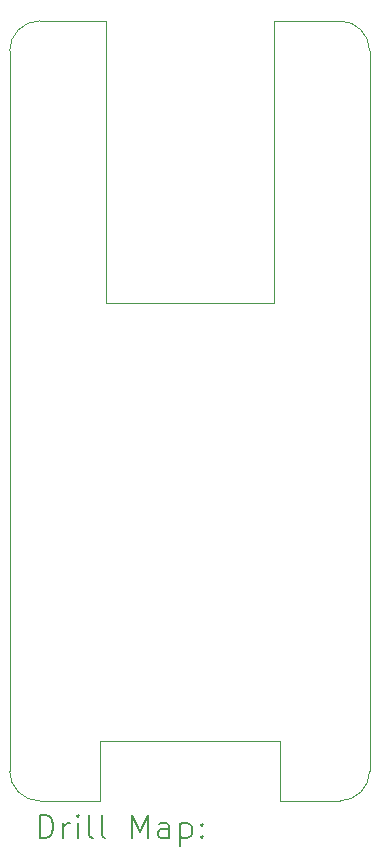
<source format=gbr>
%TF.GenerationSoftware,KiCad,Pcbnew,7.0.7*%
%TF.CreationDate,2023-08-24T23:35:37+10:00*%
%TF.ProjectId,esp32,65737033-322e-46b6-9963-61645f706362,rev?*%
%TF.SameCoordinates,Original*%
%TF.FileFunction,Drillmap*%
%TF.FilePolarity,Positive*%
%FSLAX45Y45*%
G04 Gerber Fmt 4.5, Leading zero omitted, Abs format (unit mm)*
G04 Created by KiCad (PCBNEW 7.0.7) date 2023-08-24 23:35:37*
%MOMM*%
%LPD*%
G01*
G04 APERTURE LIST*
%ADD10C,0.100000*%
%ADD11C,0.200000*%
G04 APERTURE END LIST*
D10*
X3810000Y-3556000D02*
G75*
G03*
X3556000Y-3810000I0J-254000D01*
G01*
X5842000Y-9652000D02*
X5842000Y-10160000D01*
X4318000Y-9652000D02*
X5842000Y-9652000D01*
X4368800Y-5943600D02*
X5791200Y-5943600D01*
X3556000Y-3810000D02*
X3556000Y-9906000D01*
X6350000Y-10160000D02*
X5842000Y-10160000D01*
X6604000Y-3810000D02*
G75*
G03*
X6350000Y-3556000I-254000J0D01*
G01*
X6350000Y-3556000D02*
X5791200Y-3556000D01*
X4368800Y-3556000D02*
X4368800Y-5943600D01*
X4368800Y-3556000D02*
X3810000Y-3556000D01*
X6350000Y-10160000D02*
G75*
G03*
X6604000Y-9906000I0J254000D01*
G01*
X3556000Y-9906000D02*
G75*
G03*
X3810000Y-10160000I254000J0D01*
G01*
X6604000Y-9906000D02*
X6604000Y-3810000D01*
X4318000Y-10160000D02*
X3810000Y-10160000D01*
X4318000Y-10160000D02*
X4318000Y-9652000D01*
X5791200Y-5943600D02*
X5791200Y-3556000D01*
D11*
X3811777Y-10476484D02*
X3811777Y-10276484D01*
X3811777Y-10276484D02*
X3859396Y-10276484D01*
X3859396Y-10276484D02*
X3887967Y-10286008D01*
X3887967Y-10286008D02*
X3907015Y-10305055D01*
X3907015Y-10305055D02*
X3916539Y-10324103D01*
X3916539Y-10324103D02*
X3926062Y-10362198D01*
X3926062Y-10362198D02*
X3926062Y-10390770D01*
X3926062Y-10390770D02*
X3916539Y-10428865D01*
X3916539Y-10428865D02*
X3907015Y-10447912D01*
X3907015Y-10447912D02*
X3887967Y-10466960D01*
X3887967Y-10466960D02*
X3859396Y-10476484D01*
X3859396Y-10476484D02*
X3811777Y-10476484D01*
X4011777Y-10476484D02*
X4011777Y-10343150D01*
X4011777Y-10381246D02*
X4021301Y-10362198D01*
X4021301Y-10362198D02*
X4030824Y-10352674D01*
X4030824Y-10352674D02*
X4049872Y-10343150D01*
X4049872Y-10343150D02*
X4068920Y-10343150D01*
X4135586Y-10476484D02*
X4135586Y-10343150D01*
X4135586Y-10276484D02*
X4126062Y-10286008D01*
X4126062Y-10286008D02*
X4135586Y-10295531D01*
X4135586Y-10295531D02*
X4145110Y-10286008D01*
X4145110Y-10286008D02*
X4135586Y-10276484D01*
X4135586Y-10276484D02*
X4135586Y-10295531D01*
X4259396Y-10476484D02*
X4240348Y-10466960D01*
X4240348Y-10466960D02*
X4230824Y-10447912D01*
X4230824Y-10447912D02*
X4230824Y-10276484D01*
X4364158Y-10476484D02*
X4345110Y-10466960D01*
X4345110Y-10466960D02*
X4335586Y-10447912D01*
X4335586Y-10447912D02*
X4335586Y-10276484D01*
X4592729Y-10476484D02*
X4592729Y-10276484D01*
X4592729Y-10276484D02*
X4659396Y-10419341D01*
X4659396Y-10419341D02*
X4726063Y-10276484D01*
X4726063Y-10276484D02*
X4726063Y-10476484D01*
X4907015Y-10476484D02*
X4907015Y-10371722D01*
X4907015Y-10371722D02*
X4897491Y-10352674D01*
X4897491Y-10352674D02*
X4878444Y-10343150D01*
X4878444Y-10343150D02*
X4840348Y-10343150D01*
X4840348Y-10343150D02*
X4821301Y-10352674D01*
X4907015Y-10466960D02*
X4887967Y-10476484D01*
X4887967Y-10476484D02*
X4840348Y-10476484D01*
X4840348Y-10476484D02*
X4821301Y-10466960D01*
X4821301Y-10466960D02*
X4811777Y-10447912D01*
X4811777Y-10447912D02*
X4811777Y-10428865D01*
X4811777Y-10428865D02*
X4821301Y-10409817D01*
X4821301Y-10409817D02*
X4840348Y-10400293D01*
X4840348Y-10400293D02*
X4887967Y-10400293D01*
X4887967Y-10400293D02*
X4907015Y-10390770D01*
X5002253Y-10343150D02*
X5002253Y-10543150D01*
X5002253Y-10352674D02*
X5021301Y-10343150D01*
X5021301Y-10343150D02*
X5059396Y-10343150D01*
X5059396Y-10343150D02*
X5078444Y-10352674D01*
X5078444Y-10352674D02*
X5087967Y-10362198D01*
X5087967Y-10362198D02*
X5097491Y-10381246D01*
X5097491Y-10381246D02*
X5097491Y-10438389D01*
X5097491Y-10438389D02*
X5087967Y-10457436D01*
X5087967Y-10457436D02*
X5078444Y-10466960D01*
X5078444Y-10466960D02*
X5059396Y-10476484D01*
X5059396Y-10476484D02*
X5021301Y-10476484D01*
X5021301Y-10476484D02*
X5002253Y-10466960D01*
X5183205Y-10457436D02*
X5192729Y-10466960D01*
X5192729Y-10466960D02*
X5183205Y-10476484D01*
X5183205Y-10476484D02*
X5173682Y-10466960D01*
X5173682Y-10466960D02*
X5183205Y-10457436D01*
X5183205Y-10457436D02*
X5183205Y-10476484D01*
X5183205Y-10352674D02*
X5192729Y-10362198D01*
X5192729Y-10362198D02*
X5183205Y-10371722D01*
X5183205Y-10371722D02*
X5173682Y-10362198D01*
X5173682Y-10362198D02*
X5183205Y-10352674D01*
X5183205Y-10352674D02*
X5183205Y-10371722D01*
M02*

</source>
